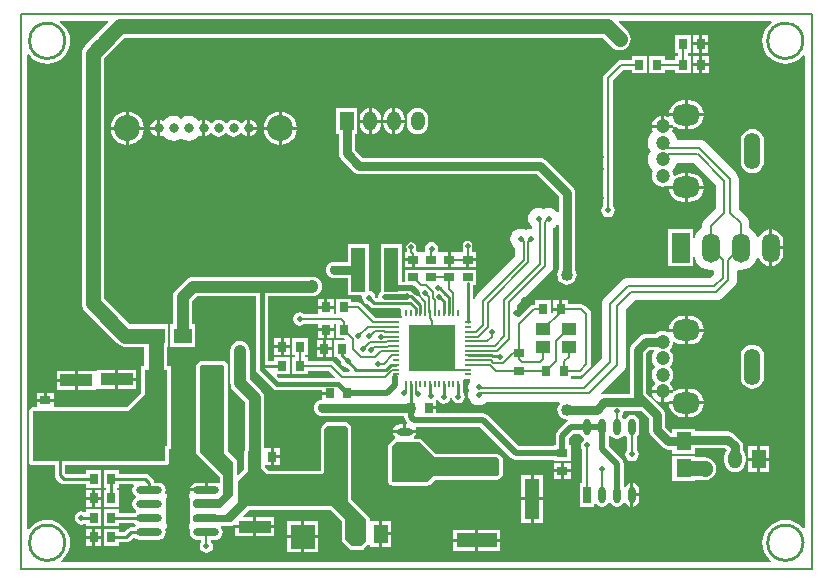
<source format=gtl>
%FSLAX25Y25*%
%MOIN*%
G70*
G01*
G75*
G04 Layer_Physical_Order=1*
G04 Layer_Color=255*
%ADD10R,0.02756X0.03347*%
%ADD11R,0.04724X0.04331*%
%ADD12R,0.07874X0.07874*%
%ADD13O,0.08661X0.02362*%
%ADD14R,0.08071X0.09055*%
%ADD15O,0.05500X0.02500*%
%ADD16R,0.05500X0.02500*%
%ADD17R,0.04724X0.14567*%
%ADD18R,0.07559X0.25590*%
%ADD19R,0.06000X0.05000*%
%ADD20R,0.10630X0.03937*%
%ADD21O,0.00787X0.02559*%
%ADD22O,0.02559X0.00787*%
%ADD23R,0.15748X0.15748*%
%ADD24R,0.03347X0.02756*%
%ADD25O,0.02500X0.05500*%
%ADD26R,0.02500X0.05500*%
%ADD27R,0.05000X0.06000*%
%ADD28C,0.03000*%
%ADD29C,0.05000*%
%ADD30C,0.00600*%
%ADD31C,0.00800*%
%ADD32C,0.02000*%
%ADD33C,0.01000*%
%ADD34C,0.01500*%
%ADD35C,0.04000*%
%ADD36R,0.07284X0.19685*%
%ADD37R,0.06800X0.04000*%
%ADD38C,0.00500*%
%ADD39O,0.04724X0.06299*%
%ADD40R,0.04724X0.06299*%
%ADD41C,0.08661*%
%ADD42C,0.03150*%
%ADD43O,0.05906X0.09843*%
%ADD44R,0.05906X0.09843*%
%ADD45C,0.04724*%
%ADD46O,0.09252X0.07087*%
%ADD47O,0.05315X0.12205*%
%ADD48R,0.13386X0.04724*%
%ADD49R,0.04724X0.13386*%
%ADD50C,0.03000*%
%ADD51C,0.04000*%
%ADD52C,0.02000*%
%ADD53C,0.02598*%
G36*
X250377Y-2749D02*
X249517Y-3454D01*
X248567Y-4612D01*
X247861Y-5934D01*
X247426Y-7367D01*
X247279Y-8858D01*
X247426Y-10349D01*
X247861Y-11783D01*
X248567Y-13104D01*
X249517Y-14262D01*
X250675Y-15213D01*
X251997Y-15919D01*
X253430Y-16354D01*
X254921Y-16501D01*
X256412Y-16354D01*
X257846Y-15919D01*
X259167Y-15213D01*
X260325Y-14262D01*
X260851Y-13622D01*
X261322Y-13790D01*
Y-171249D01*
X260851Y-171418D01*
X260325Y-170777D01*
X259167Y-169827D01*
X257846Y-169121D01*
X256412Y-168686D01*
X254921Y-168539D01*
X253430Y-168686D01*
X251997Y-169121D01*
X250675Y-169827D01*
X249517Y-170777D01*
X248567Y-171935D01*
X247861Y-173257D01*
X247426Y-174690D01*
X247279Y-176181D01*
X247426Y-177672D01*
X247861Y-179106D01*
X248567Y-180427D01*
X249517Y-181585D01*
X250207Y-182151D01*
X250038Y-182622D01*
X13741D01*
X13573Y-182151D01*
X14262Y-181585D01*
X15213Y-180427D01*
X15919Y-179106D01*
X16354Y-177672D01*
X16501Y-176181D01*
X16354Y-174690D01*
X15919Y-173257D01*
X15213Y-171935D01*
X14262Y-170777D01*
X13104Y-169827D01*
X11783Y-169121D01*
X10349Y-168686D01*
X8858Y-168539D01*
X7367Y-168686D01*
X5934Y-169121D01*
X4612Y-169827D01*
X3454Y-170777D01*
X2749Y-171636D01*
X2278Y-171468D01*
Y-13571D01*
X2749Y-13403D01*
X3454Y-14262D01*
X4612Y-15213D01*
X5934Y-15919D01*
X7367Y-16354D01*
X8858Y-16501D01*
X10349Y-16354D01*
X11783Y-15919D01*
X13104Y-15213D01*
X14262Y-14262D01*
X15213Y-13104D01*
X15919Y-11783D01*
X16354Y-10349D01*
X16501Y-8858D01*
X16354Y-7367D01*
X15919Y-5934D01*
X15213Y-4612D01*
X14262Y-3454D01*
X13104Y-2504D01*
X13161Y-2278D01*
X29091D01*
X29282Y-2740D01*
X24391Y-7631D01*
X23961Y-7961D01*
X21461Y-10461D01*
X20868Y-11234D01*
X20650Y-11761D01*
X20495Y-12134D01*
X20368Y-13100D01*
Y-13200D01*
Y-96300D01*
X20495Y-97266D01*
X20650Y-97639D01*
X20868Y-98166D01*
X21461Y-98939D01*
X32261Y-109739D01*
X33034Y-110332D01*
X33934Y-110705D01*
X34900Y-110832D01*
X41268D01*
Y-117105D01*
X40044D01*
Y-126326D01*
X35393Y-130976D01*
X11073D01*
Y-129194D01*
X5327D01*
Y-130976D01*
X4194D01*
X3726Y-131070D01*
X3329Y-131335D01*
X3229Y-131435D01*
X2964Y-131832D01*
X2871Y-132300D01*
Y-149000D01*
X2964Y-149468D01*
X3229Y-149865D01*
X3626Y-150130D01*
X4095Y-150224D01*
X11367D01*
Y-153700D01*
X11499Y-154363D01*
X11874Y-154926D01*
X11874Y-154926D01*
X11874Y-154926D01*
X13112Y-156163D01*
X13675Y-156539D01*
X14338Y-156671D01*
X21784D01*
Y-157811D01*
X26940D01*
Y-152065D01*
X21784D01*
Y-153205D01*
X15056D01*
X14833Y-152982D01*
Y-150224D01*
X48200D01*
X48668Y-150130D01*
X49065Y-149865D01*
X49330Y-149468D01*
X49424Y-149000D01*
Y-145095D01*
X50003D01*
Y-117105D01*
X48732D01*
Y-110800D01*
X49200D01*
Y-103400D01*
X45243D01*
X45000Y-103368D01*
X36446D01*
X27832Y-94754D01*
Y-14746D01*
X34796Y-7782D01*
X193904D01*
X197061Y-10939D01*
X197834Y-11532D01*
X198734Y-11905D01*
X199700Y-12032D01*
X200666Y-11905D01*
X201566Y-11532D01*
X202339Y-10939D01*
X202932Y-10166D01*
X203305Y-9266D01*
X203432Y-8300D01*
X203305Y-7334D01*
X202932Y-6434D01*
X202339Y-5661D01*
X199418Y-2740D01*
X199609Y-2278D01*
X250208D01*
X250377Y-2749D01*
D02*
G37*
G36*
X48200Y-119300D02*
Y-149000D01*
X4095D01*
Y-132300D01*
X4194Y-132200D01*
X35900D01*
X41400Y-126700D01*
Y-119800D01*
X42300Y-118900D01*
X47800D01*
X48200Y-119300D01*
D02*
G37*
%LPC*%
G36*
X245500Y-143950D02*
X242438D01*
Y-147800D01*
X245500D01*
Y-143950D01*
D02*
G37*
G36*
X86484Y-148000D02*
X84405D01*
Y-150373D01*
X86484D01*
Y-148000D01*
D02*
G37*
G36*
X249562Y-143950D02*
X246500D01*
Y-147800D01*
X249562D01*
Y-143950D01*
D02*
G37*
G36*
X221374Y-130058D02*
X216073D01*
X216170Y-130797D01*
X216648Y-131950D01*
X217408Y-132941D01*
X218399Y-133702D01*
X219553Y-134179D01*
X220791Y-134343D01*
X221374D01*
Y-130058D01*
D02*
G37*
G36*
X127500Y-136602D02*
X126500D01*
X125544Y-136792D01*
X124734Y-137334D01*
X124192Y-138144D01*
X124101Y-138600D01*
X127500D01*
Y-136602D01*
D02*
G37*
G36*
X86484Y-144627D02*
X84405D01*
Y-147000D01*
X86484D01*
Y-144627D01*
D02*
G37*
G36*
X183473Y-149628D02*
X181100D01*
Y-151706D01*
X183473D01*
Y-149628D01*
D02*
G37*
G36*
Y-152706D02*
X181100D01*
Y-154783D01*
X183473D01*
Y-152706D01*
D02*
G37*
G36*
X180100D02*
X177727D01*
Y-154783D01*
X180100D01*
Y-152706D01*
D02*
G37*
G36*
X224700Y-147200D02*
X217300D01*
Y-151157D01*
X217268Y-151400D01*
X217300Y-151643D01*
Y-155600D01*
X224700D01*
Y-155132D01*
X227340D01*
X228100Y-155232D01*
X229066Y-155105D01*
X229966Y-154732D01*
X230739Y-154139D01*
X231332Y-153366D01*
X231705Y-152466D01*
X231832Y-151500D01*
X231705Y-150534D01*
X231332Y-149634D01*
X230739Y-148861D01*
X230639Y-148761D01*
X229866Y-148168D01*
X229339Y-147950D01*
X228966Y-147795D01*
X228000Y-147668D01*
X224700D01*
Y-147200D01*
D02*
G37*
G36*
X73100Y-108872D02*
X72265Y-108982D01*
X71486Y-109305D01*
X70818Y-109818D01*
X70305Y-110486D01*
X69982Y-111265D01*
X69872Y-112100D01*
Y-122900D01*
X69982Y-123735D01*
X70305Y-124514D01*
X70818Y-125182D01*
X74772Y-129137D01*
Y-144978D01*
X74670Y-145132D01*
X74576Y-145600D01*
Y-151593D01*
X72585Y-153584D01*
X72123Y-153393D01*
Y-149200D01*
X72030Y-148732D01*
X71765Y-148335D01*
X69124Y-145693D01*
Y-117100D01*
X69030Y-116632D01*
X68765Y-116235D01*
X68465Y-115935D01*
X68068Y-115670D01*
X67600Y-115577D01*
X60200D01*
X59732Y-115670D01*
X59335Y-115935D01*
X58835Y-116435D01*
X58570Y-116832D01*
X58477Y-117300D01*
Y-145900D01*
X58570Y-146368D01*
X58835Y-146765D01*
X66377Y-154307D01*
Y-156101D01*
X65988Y-156308D01*
X65059Y-156123D01*
X62410D01*
Y-158552D01*
X61910D01*
Y-159051D01*
X56432D01*
X56517Y-159480D01*
X56287Y-159910D01*
X52862D01*
Y-165639D01*
Y-171365D01*
X56287D01*
X56517Y-171795D01*
X56332Y-172724D01*
X56517Y-173653D01*
X57043Y-174441D01*
X57831Y-174967D01*
X58760Y-175152D01*
X60278D01*
Y-175772D01*
X59837Y-176432D01*
X59666Y-177291D01*
X59837Y-178149D01*
X60323Y-178877D01*
X61051Y-179363D01*
X61910Y-179534D01*
X62768Y-179363D01*
X63496Y-178877D01*
X63982Y-178149D01*
X64152Y-177291D01*
X63982Y-176432D01*
X63541Y-175772D01*
Y-175152D01*
X65059D01*
X65988Y-174967D01*
X66776Y-174441D01*
X67302Y-173653D01*
X67487Y-172724D01*
X67302Y-171795D01*
X66776Y-171008D01*
X66892Y-170624D01*
X70100D01*
X70568Y-170530D01*
X70965Y-170265D01*
X71023Y-170207D01*
X71485Y-170398D01*
Y-170295D01*
X77500D01*
Y-167627D01*
X74257D01*
X74066Y-167165D01*
X76107Y-165123D01*
X103393D01*
X107077Y-168807D01*
Y-175000D01*
X107170Y-175468D01*
X107435Y-175865D01*
X109735Y-178165D01*
X110132Y-178430D01*
X110600Y-178524D01*
X113600D01*
X114068Y-178430D01*
X114465Y-178165D01*
X115965Y-176665D01*
X116438Y-176981D01*
Y-177550D01*
X119500D01*
Y-173201D01*
Y-168850D01*
X116677D01*
X116677Y-168850D01*
Y-168850D01*
X116438Y-168850D01*
X116323Y-168736D01*
Y-168200D01*
X116230Y-167732D01*
X115965Y-167335D01*
X110223Y-161593D01*
Y-137800D01*
X110130Y-137332D01*
X109865Y-136935D01*
X109265Y-136335D01*
X108868Y-136070D01*
X108400Y-135977D01*
X102500D01*
X102032Y-136070D01*
X101635Y-136335D01*
X100435Y-137535D01*
X100170Y-137932D01*
X100076Y-138400D01*
Y-151993D01*
X99893Y-152176D01*
X82507D01*
X81323Y-150993D01*
Y-150377D01*
X81328Y-150373D01*
X81677Y-150373D01*
X81677Y-150373D01*
Y-150373D01*
X83406D01*
Y-147501D01*
Y-144627D01*
X83200D01*
X83200Y-144627D01*
X83200Y-144627D01*
X81328Y-144627D01*
X81327D01*
X81249D01*
X81230Y-144532D01*
X81228Y-144528D01*
Y-127800D01*
X81118Y-126965D01*
X80795Y-126186D01*
X80282Y-125518D01*
X76328Y-121563D01*
Y-112100D01*
X76218Y-111265D01*
X75895Y-110486D01*
X75382Y-109818D01*
X74714Y-109305D01*
X73935Y-108982D01*
X73100Y-108872D01*
D02*
G37*
G36*
X180100Y-149628D02*
X177727D01*
Y-151706D01*
X180100D01*
Y-149628D01*
D02*
G37*
G36*
X249562Y-148800D02*
X246500D01*
Y-152650D01*
X249562D01*
Y-148800D01*
D02*
G37*
G36*
X245500D02*
X242438D01*
Y-152650D01*
X245500D01*
Y-148800D01*
D02*
G37*
G36*
X18000Y-118836D02*
X11985D01*
Y-121505D01*
X18000D01*
Y-118836D01*
D02*
G37*
G36*
X243921Y-110097D02*
X242914Y-110229D01*
X241976Y-110618D01*
X241170Y-111236D01*
X240552Y-112042D01*
X240163Y-112980D01*
X240031Y-113987D01*
Y-120877D01*
X240163Y-121884D01*
X240552Y-122822D01*
X241170Y-123628D01*
X241976Y-124247D01*
X242914Y-124635D01*
X243921Y-124768D01*
X244928Y-124635D01*
X245867Y-124247D01*
X246672Y-123628D01*
X247291Y-122822D01*
X247679Y-121884D01*
X247812Y-120877D01*
Y-113987D01*
X247679Y-112980D01*
X247291Y-112042D01*
X246672Y-111236D01*
X245867Y-110618D01*
X244928Y-110229D01*
X243921Y-110097D01*
D02*
G37*
G36*
X38515Y-122105D02*
X32500D01*
Y-124773D01*
X38515D01*
Y-122105D01*
D02*
G37*
G36*
Y-118436D02*
X32500D01*
Y-121105D01*
X38515D01*
Y-118436D01*
D02*
G37*
G36*
X86700Y-111300D02*
X84622D01*
Y-113673D01*
X86700D01*
Y-111300D01*
D02*
G37*
G36*
X103872Y-112000D02*
X101795D01*
Y-114373D01*
X103872D01*
Y-112000D01*
D02*
G37*
G36*
X100794D02*
X98716D01*
Y-114373D01*
X100794D01*
Y-112000D01*
D02*
G37*
G36*
X31500Y-118436D02*
X25485D01*
Y-118836D01*
X25015D01*
Y-118836D01*
X19000D01*
Y-122006D01*
Y-125173D01*
X25015D01*
Y-124773D01*
X25485D01*
Y-124773D01*
X31500D01*
Y-121606D01*
Y-118436D01*
D02*
G37*
G36*
X222957Y-124774D02*
X222374D01*
Y-129058D01*
X227675D01*
X227578Y-128320D01*
X227100Y-127166D01*
X226340Y-126175D01*
X225349Y-125415D01*
X224195Y-124937D01*
X222957Y-124774D01*
D02*
G37*
G36*
X213500Y-126200D02*
X210473D01*
X210529Y-126630D01*
X210888Y-127497D01*
X211459Y-128241D01*
X212204Y-128812D01*
X213070Y-129171D01*
X213500Y-129227D01*
Y-126200D01*
D02*
G37*
G36*
X227675Y-130058D02*
X222374D01*
Y-134343D01*
X222957D01*
X224195Y-134179D01*
X225349Y-133702D01*
X226340Y-132941D01*
X227100Y-131950D01*
X227578Y-130797D01*
X227675Y-130058D01*
D02*
G37*
G36*
X7700Y-126117D02*
X5327D01*
Y-128194D01*
X7700D01*
Y-126117D01*
D02*
G37*
G36*
X18000Y-122505D02*
X11985D01*
Y-125173D01*
X18000D01*
Y-122505D01*
D02*
G37*
G36*
X221374Y-124774D02*
X220791D01*
X219553Y-124937D01*
X218399Y-125415D01*
X218029Y-125699D01*
X217568Y-125507D01*
X217593Y-125700D01*
X217527Y-126200D01*
X214500D01*
Y-129227D01*
X214930Y-129171D01*
X215661Y-128868D01*
X216058Y-129172D01*
X216073Y-129058D01*
X221374D01*
Y-124774D01*
D02*
G37*
G36*
X11073Y-126117D02*
X8700D01*
Y-128194D01*
X11073D01*
Y-126117D01*
D02*
G37*
G36*
X131898Y-139600D02*
X124101D01*
X124192Y-140056D01*
X124734Y-140866D01*
X124955Y-141014D01*
X124858Y-141505D01*
X124532Y-141570D01*
X124135Y-141835D01*
X122816Y-143154D01*
X122551Y-143551D01*
X122458Y-144019D01*
Y-155600D01*
X122551Y-156068D01*
X122816Y-156465D01*
X123116Y-156765D01*
X123513Y-157030D01*
X123981Y-157123D01*
X135500D01*
X135968Y-157030D01*
X136365Y-156765D01*
X138007Y-155123D01*
X158900D01*
X159368Y-155030D01*
X159765Y-154765D01*
X160465Y-154065D01*
X160730Y-153668D01*
X160824Y-153200D01*
Y-148600D01*
X160730Y-148132D01*
X160465Y-147735D01*
X159565Y-146835D01*
X159168Y-146570D01*
X158700Y-146476D01*
X138607D01*
X133965Y-141835D01*
X133568Y-141570D01*
X133100Y-141477D01*
X131214D01*
X131069Y-140998D01*
X131266Y-140866D01*
X131808Y-140056D01*
X131898Y-139600D01*
D02*
G37*
G36*
X84515Y-171295D02*
X78500D01*
Y-173964D01*
X84515D01*
Y-171295D01*
D02*
G37*
G36*
X77500D02*
X71485D01*
Y-173964D01*
X77500D01*
Y-171295D01*
D02*
G37*
G36*
X159893Y-171810D02*
X152500D01*
Y-174872D01*
X159893D01*
Y-171810D01*
D02*
G37*
G36*
X23862Y-171465D02*
X21784D01*
Y-173838D01*
X23862D01*
Y-171465D01*
D02*
G37*
G36*
X99137Y-168963D02*
X94500D01*
Y-173600D01*
X99137D01*
Y-168963D01*
D02*
G37*
G36*
X93500D02*
X88863D01*
Y-173600D01*
X93500D01*
Y-168963D01*
D02*
G37*
G36*
X26940Y-171465D02*
X24862D01*
Y-173838D01*
X26940D01*
Y-171465D01*
D02*
G37*
G36*
X151500Y-171810D02*
X144107D01*
Y-174872D01*
X151500D01*
Y-171810D01*
D02*
G37*
G36*
Y-175872D02*
X144107D01*
Y-178935D01*
X151500D01*
Y-175872D01*
D02*
G37*
G36*
X99137Y-174600D02*
X94500D01*
Y-179237D01*
X99137D01*
Y-174600D01*
D02*
G37*
G36*
X93500D02*
X88863D01*
Y-179237D01*
X93500D01*
Y-174600D01*
D02*
G37*
G36*
X159893Y-175872D02*
X152500D01*
Y-178935D01*
X159893D01*
Y-175872D01*
D02*
G37*
G36*
X26940Y-174838D02*
X24862D01*
Y-177211D01*
X26940D01*
Y-174838D01*
D02*
G37*
G36*
X23862D02*
X21784D01*
Y-177211D01*
X23862D01*
Y-174838D01*
D02*
G37*
G36*
X123562Y-173700D02*
X120500D01*
Y-177550D01*
X123562D01*
Y-173700D01*
D02*
G37*
G36*
X174066Y-153700D02*
X171004D01*
Y-161093D01*
X174066D01*
Y-153700D01*
D02*
G37*
G36*
X170004D02*
X166942D01*
Y-161093D01*
X170004D01*
Y-153700D01*
D02*
G37*
G36*
X206298Y-160700D02*
X204300D01*
Y-164099D01*
X204756Y-164008D01*
X205566Y-163466D01*
X206108Y-162656D01*
X206298Y-161700D01*
Y-160700D01*
D02*
G37*
G36*
X23862Y-158531D02*
X21784D01*
Y-160905D01*
X23862D01*
Y-158531D01*
D02*
G37*
G36*
X61409Y-156123D02*
X58760D01*
X57831Y-156308D01*
X57043Y-156834D01*
X56517Y-157622D01*
X56432Y-158051D01*
X61409D01*
Y-156123D01*
D02*
G37*
G36*
X204300Y-156301D02*
Y-159700D01*
X206298D01*
Y-158700D01*
X206108Y-157744D01*
X205566Y-156934D01*
X204756Y-156392D01*
X204300Y-156301D01*
D02*
G37*
G36*
X26940Y-158531D02*
X24862D01*
Y-160905D01*
X26940D01*
Y-158531D01*
D02*
G37*
G36*
Y-161905D02*
X24862D01*
Y-164278D01*
X26940D01*
Y-161905D01*
D02*
G37*
G36*
X170004Y-162093D02*
X166942D01*
Y-169486D01*
X170004D01*
Y-162093D01*
D02*
G37*
G36*
X84515Y-167627D02*
X78500D01*
Y-170295D01*
X84515D01*
Y-167627D01*
D02*
G37*
G36*
X123562Y-168850D02*
X120500D01*
Y-172700D01*
X123562D01*
Y-168850D01*
D02*
G37*
G36*
X174066Y-162093D02*
X171004D01*
Y-169486D01*
X174066D01*
Y-162093D01*
D02*
G37*
G36*
X23862Y-161905D02*
X21784D01*
Y-164278D01*
X23862D01*
Y-161905D01*
D02*
G37*
G36*
X26940Y-164998D02*
X21784D01*
Y-165716D01*
X21343Y-165951D01*
X21158Y-165828D01*
X20300Y-165657D01*
X19442Y-165828D01*
X18714Y-166314D01*
X18228Y-167042D01*
X18057Y-167900D01*
X18228Y-168758D01*
X18714Y-169486D01*
X19442Y-169972D01*
X20300Y-170143D01*
X21158Y-169972D01*
X21343Y-169849D01*
X21784Y-170085D01*
Y-170744D01*
X26940D01*
Y-164998D01*
D02*
G37*
G36*
X32846Y-152065D02*
X27690D01*
Y-157811D01*
X28534D01*
Y-158531D01*
X27690D01*
Y-164278D01*
X32846D01*
Y-158531D01*
X32001D01*
Y-157811D01*
X32846D01*
Y-156671D01*
X37527D01*
X37763Y-157112D01*
X37422Y-157622D01*
X37238Y-158551D01*
X37422Y-159480D01*
X37949Y-160268D01*
X38541Y-160663D01*
Y-161163D01*
X37949Y-161559D01*
X37422Y-162346D01*
X37238Y-163276D01*
X37422Y-164205D01*
X37949Y-164992D01*
X38541Y-165388D01*
Y-165888D01*
X38166Y-166138D01*
X32846D01*
Y-164998D01*
X27690D01*
Y-170744D01*
X32846D01*
Y-169604D01*
X37874D01*
X37949Y-169717D01*
X38541Y-170112D01*
Y-170612D01*
X37973Y-170991D01*
X36876D01*
X36212Y-171123D01*
X35650Y-171499D01*
X34544Y-172605D01*
X32846D01*
Y-171465D01*
X27690D01*
Y-177211D01*
X32846D01*
Y-176071D01*
X35262D01*
X35925Y-175939D01*
X36488Y-175563D01*
X36488Y-175563D01*
X36488Y-175563D01*
X37593Y-174458D01*
X37973D01*
X38736Y-174967D01*
X39665Y-175152D01*
X45965D01*
X46894Y-174967D01*
X47681Y-174441D01*
X48208Y-173653D01*
X48392Y-172724D01*
X48208Y-171795D01*
X48437Y-171365D01*
X51862D01*
Y-165639D01*
Y-159910D01*
X48437D01*
X48208Y-159480D01*
X48392Y-158551D01*
X48208Y-157622D01*
X47681Y-156834D01*
X46894Y-156308D01*
X45965Y-156123D01*
X44530D01*
X44416Y-155552D01*
X44041Y-154989D01*
X42763Y-153712D01*
X42201Y-153336D01*
X41538Y-153205D01*
X32846D01*
Y-152065D01*
D02*
G37*
G36*
X89778Y-111300D02*
X87700D01*
Y-113673D01*
X89778D01*
Y-111300D01*
D02*
G37*
G36*
X45500Y-35267D02*
X45276Y-35297D01*
X44601Y-35576D01*
X44021Y-36021D01*
X43576Y-36601D01*
X43297Y-37276D01*
X43267Y-37500D01*
X45500D01*
Y-35267D01*
D02*
G37*
G36*
X35988Y-32487D02*
Y-37500D01*
X41001D01*
X40876Y-36556D01*
X40319Y-35211D01*
X39433Y-34056D01*
X38277Y-33169D01*
X36932Y-32612D01*
X35988Y-32487D01*
D02*
G37*
G36*
X34988D02*
X34044Y-32612D01*
X32699Y-33169D01*
X31544Y-34056D01*
X30657Y-35211D01*
X30100Y-36556D01*
X29976Y-37500D01*
X34988D01*
Y-32487D01*
D02*
G37*
G36*
X76500Y-35267D02*
Y-37500D01*
X78733D01*
X78703Y-37276D01*
X78424Y-36601D01*
X77979Y-36021D01*
X77399Y-35576D01*
X76724Y-35297D01*
X76500Y-35267D01*
D02*
G37*
G36*
X87012Y-32487D02*
Y-37500D01*
X92024D01*
X91900Y-36556D01*
X91343Y-35211D01*
X90456Y-34056D01*
X89301Y-33169D01*
X87956Y-32612D01*
X87012Y-32487D01*
D02*
G37*
G36*
X86012D02*
X85068Y-32612D01*
X83723Y-33169D01*
X82567Y-34056D01*
X81681Y-35211D01*
X81124Y-36556D01*
X80999Y-37500D01*
X86012D01*
Y-32487D01*
D02*
G37*
G36*
X226205Y-10400D02*
X224128D01*
Y-12773D01*
X226205D01*
Y-10400D01*
D02*
G37*
G36*
X227675Y-34006D02*
X222374D01*
Y-38291D01*
X222957D01*
X224195Y-38127D01*
X225349Y-37650D01*
X226340Y-36889D01*
X227100Y-35898D01*
X227578Y-34745D01*
X227675Y-34006D01*
D02*
G37*
G36*
X116074Y-36100D02*
X112981D01*
Y-36387D01*
X113103Y-37317D01*
X113462Y-38184D01*
X114033Y-38928D01*
X114778Y-39499D01*
X115644Y-39858D01*
X116074Y-39915D01*
Y-36100D01*
D02*
G37*
G36*
X229283Y-10400D02*
X227205D01*
Y-12773D01*
X229283D01*
Y-10400D01*
D02*
G37*
G36*
X132322Y-31220D02*
X131392Y-31342D01*
X130526Y-31701D01*
X129781Y-32272D01*
X129210Y-33016D01*
X128851Y-33883D01*
X128729Y-34813D01*
Y-36387D01*
X128851Y-37317D01*
X129210Y-38184D01*
X129781Y-38928D01*
X130526Y-39499D01*
X131392Y-39858D01*
X132322Y-39980D01*
X133252Y-39858D01*
X134118Y-39499D01*
X134863Y-38928D01*
X135434Y-38184D01*
X135793Y-37317D01*
X135915Y-36387D01*
Y-34813D01*
X135793Y-33883D01*
X135434Y-33016D01*
X134863Y-32272D01*
X134118Y-31701D01*
X133252Y-31342D01*
X132322Y-31220D01*
D02*
G37*
G36*
X120167Y-36100D02*
X117074D01*
Y-39915D01*
X117504Y-39858D01*
X118370Y-39499D01*
X119115Y-38928D01*
X119686Y-38184D01*
X120045Y-37317D01*
X120167Y-36387D01*
Y-36100D01*
D02*
G37*
G36*
X214500Y-33838D02*
Y-36865D01*
X217527D01*
X217593Y-37365D01*
X217568Y-37557D01*
X218029Y-37366D01*
X218399Y-37650D01*
X219553Y-38127D01*
X220791Y-38291D01*
X221374D01*
Y-34006D01*
X216073D01*
X216058Y-33893D01*
X215661Y-34197D01*
X214930Y-33894D01*
X214500Y-33838D01*
D02*
G37*
G36*
X128041Y-36100D02*
X124948D01*
Y-39915D01*
X125378Y-39858D01*
X126244Y-39499D01*
X126989Y-38928D01*
X127560Y-38184D01*
X127919Y-37317D01*
X128041Y-36387D01*
Y-36100D01*
D02*
G37*
G36*
X123948D02*
X120855D01*
Y-36387D01*
X120977Y-37317D01*
X121336Y-38184D01*
X121907Y-38928D01*
X122652Y-39499D01*
X123518Y-39858D01*
X123948Y-39915D01*
Y-36100D01*
D02*
G37*
G36*
X229339Y-17322D02*
X227261D01*
Y-19695D01*
X229339D01*
Y-17322D01*
D02*
G37*
G36*
X226261D02*
X224183D01*
Y-19695D01*
X226261D01*
Y-17322D01*
D02*
G37*
G36*
X222957Y-28722D02*
X222374D01*
Y-33006D01*
X227675D01*
X227578Y-32268D01*
X227100Y-31114D01*
X226340Y-30123D01*
X225349Y-29363D01*
X224195Y-28885D01*
X222957Y-28722D01*
D02*
G37*
G36*
X208878Y-13927D02*
X203722D01*
Y-15169D01*
X200300D01*
X199676Y-15293D01*
X199146Y-15646D01*
X194647Y-20146D01*
X194293Y-20676D01*
X194169Y-21300D01*
Y-63882D01*
X193728Y-64542D01*
X193557Y-65400D01*
X193728Y-66258D01*
X194214Y-66986D01*
X194942Y-67472D01*
X195800Y-67643D01*
X196658Y-67472D01*
X197386Y-66986D01*
X197872Y-66258D01*
X198043Y-65400D01*
X197872Y-64542D01*
X197431Y-63882D01*
Y-21976D01*
X200976Y-18431D01*
X203722D01*
Y-19673D01*
X208878D01*
Y-13927D01*
D02*
G37*
G36*
X223378Y-7027D02*
X218222D01*
Y-12773D01*
X219169D01*
Y-13949D01*
X218277D01*
Y-15169D01*
X214784D01*
Y-13927D01*
X209628D01*
Y-19673D01*
X214784D01*
Y-18431D01*
X218277D01*
Y-19695D01*
X223433D01*
Y-13949D01*
X222431D01*
Y-12773D01*
X223378D01*
Y-7027D01*
D02*
G37*
G36*
X229339Y-13949D02*
X227261D01*
Y-16322D01*
X229339D01*
Y-13949D01*
D02*
G37*
G36*
X226261D02*
X224183D01*
Y-16322D01*
X226261D01*
Y-13949D01*
D02*
G37*
G36*
X221374Y-28722D02*
X220791D01*
X219553Y-28885D01*
X218399Y-29363D01*
X217408Y-30123D01*
X216648Y-31114D01*
X216170Y-32268D01*
X216073Y-33006D01*
X221374D01*
Y-28722D01*
D02*
G37*
G36*
X116074Y-31286D02*
X115644Y-31342D01*
X114778Y-31701D01*
X114033Y-32272D01*
X113462Y-33016D01*
X113103Y-33883D01*
X112981Y-34813D01*
Y-35100D01*
X116074D01*
Y-31286D01*
D02*
G37*
G36*
X71000Y-35201D02*
X70276Y-35297D01*
X69601Y-35576D01*
X69021Y-36021D01*
X68750Y-36374D01*
X68250D01*
X67979Y-36021D01*
X67399Y-35576D01*
X66724Y-35297D01*
X66000Y-35201D01*
X65276Y-35297D01*
X64601Y-35576D01*
X64021Y-36021D01*
X63750Y-36374D01*
X63250D01*
X62979Y-36021D01*
X62399Y-35576D01*
X61724Y-35297D01*
X61500Y-35267D01*
Y-38001D01*
Y-40733D01*
X61724Y-40703D01*
X62399Y-40424D01*
X62979Y-39979D01*
X63250Y-39626D01*
X63750D01*
X64021Y-39979D01*
X64601Y-40424D01*
X65276Y-40703D01*
X66000Y-40799D01*
X66724Y-40703D01*
X67399Y-40424D01*
X67979Y-39979D01*
X68250Y-39626D01*
X68750D01*
X69021Y-39979D01*
X69601Y-40424D01*
X70276Y-40703D01*
X71000Y-40799D01*
X71724Y-40703D01*
X72399Y-40424D01*
X72979Y-39979D01*
X73250Y-39626D01*
X73750D01*
X74021Y-39979D01*
X74601Y-40424D01*
X75276Y-40703D01*
X75500Y-40733D01*
Y-38001D01*
Y-35267D01*
X75276Y-35297D01*
X74601Y-35576D01*
X74021Y-36021D01*
X73750Y-36374D01*
X73250D01*
X72979Y-36021D01*
X72399Y-35576D01*
X71724Y-35297D01*
X71000Y-35201D01*
D02*
G37*
G36*
X213500Y-33838D02*
X213070Y-33894D01*
X212204Y-34253D01*
X211459Y-34824D01*
X210888Y-35568D01*
X210529Y-36435D01*
X210473Y-36865D01*
X213500D01*
Y-33838D01*
D02*
G37*
G36*
X117074Y-31286D02*
Y-35100D01*
X120167D01*
Y-34813D01*
X120045Y-33883D01*
X119686Y-33016D01*
X119115Y-32272D01*
X118370Y-31701D01*
X117504Y-31342D01*
X117074Y-31286D01*
D02*
G37*
G36*
X56000Y-33890D02*
X54936Y-34030D01*
X53945Y-34441D01*
X53500Y-34782D01*
X53055Y-34441D01*
X52064Y-34030D01*
X51000Y-33890D01*
X49936Y-34030D01*
X48945Y-34441D01*
X48094Y-35094D01*
X47603Y-35733D01*
X47399Y-35576D01*
X46724Y-35297D01*
X46500Y-35267D01*
Y-38001D01*
Y-40733D01*
X46724Y-40703D01*
X47399Y-40424D01*
X47603Y-40267D01*
X48094Y-40906D01*
X48945Y-41559D01*
X49936Y-41970D01*
X51000Y-42110D01*
X52064Y-41970D01*
X53055Y-41559D01*
X53500Y-41218D01*
X53945Y-41559D01*
X54936Y-41970D01*
X56000Y-42110D01*
X57064Y-41970D01*
X58055Y-41559D01*
X58906Y-40906D01*
X59396Y-40267D01*
X59601Y-40424D01*
X60276Y-40703D01*
X60500Y-40733D01*
Y-38001D01*
Y-35267D01*
X60276Y-35297D01*
X59601Y-35576D01*
X59396Y-35733D01*
X58906Y-35094D01*
X58055Y-34441D01*
X57064Y-34030D01*
X56000Y-33890D01*
D02*
G37*
G36*
X124948Y-31286D02*
Y-35100D01*
X128041D01*
Y-34813D01*
X127919Y-33883D01*
X127560Y-33016D01*
X126989Y-32272D01*
X126244Y-31701D01*
X125378Y-31342D01*
X124948Y-31286D01*
D02*
G37*
G36*
X123948D02*
X123518Y-31342D01*
X122652Y-31701D01*
X121907Y-32272D01*
X121336Y-33016D01*
X120977Y-33883D01*
X120855Y-34813D01*
Y-35100D01*
X123948D01*
Y-31286D01*
D02*
G37*
G36*
X78733Y-38500D02*
X76500D01*
Y-40733D01*
X76724Y-40703D01*
X77399Y-40424D01*
X77979Y-39979D01*
X78424Y-39399D01*
X78703Y-38724D01*
X78733Y-38500D01*
D02*
G37*
G36*
X101295Y-94827D02*
X99217D01*
Y-97200D01*
X101295D01*
Y-94827D01*
D02*
G37*
G36*
X179500Y-95427D02*
X177422D01*
Y-97800D01*
X179500D01*
Y-95427D01*
D02*
G37*
G36*
X222957Y-100522D02*
X222374D01*
Y-104806D01*
X227675D01*
X227578Y-104068D01*
X227100Y-102914D01*
X226340Y-101923D01*
X225349Y-101163D01*
X224195Y-100685D01*
X222957Y-100522D01*
D02*
G37*
G36*
X104372Y-94827D02*
X102295D01*
Y-97200D01*
X104372D01*
Y-94827D01*
D02*
G37*
G36*
X229283Y-7027D02*
X227205D01*
Y-9400D01*
X229283D01*
Y-7027D01*
D02*
G37*
G36*
X151873Y-82294D02*
X149500D01*
Y-84372D01*
X151873D01*
Y-82294D01*
D02*
G37*
G36*
X130400D02*
X128027D01*
Y-84372D01*
X130400D01*
Y-82294D01*
D02*
G37*
G36*
X221374Y-100522D02*
X220791D01*
X219553Y-100685D01*
X218399Y-101163D01*
X217408Y-101923D01*
X216648Y-102914D01*
X216170Y-104068D01*
X216073Y-104806D01*
X221374D01*
Y-100522D01*
D02*
G37*
G36*
X86700Y-107927D02*
X84622D01*
Y-110300D01*
X86700D01*
Y-107927D01*
D02*
G37*
G36*
X103872Y-108627D02*
X101795D01*
Y-111000D01*
X103872D01*
Y-108627D01*
D02*
G37*
G36*
X100794D02*
X98716D01*
Y-111000D01*
X100794D01*
Y-108627D01*
D02*
G37*
G36*
X89778Y-107927D02*
X87700D01*
Y-110300D01*
X89778D01*
Y-107927D01*
D02*
G37*
G36*
X104372Y-105700D02*
X102295D01*
Y-108073D01*
X104372D01*
Y-105700D01*
D02*
G37*
G36*
X101295D02*
X99217D01*
Y-108073D01*
X101295D01*
Y-105700D01*
D02*
G37*
G36*
X227675Y-105806D02*
X222374D01*
Y-110090D01*
X222957D01*
X224195Y-109927D01*
X225349Y-109450D01*
X226340Y-108689D01*
X227100Y-107698D01*
X227578Y-106545D01*
X227675Y-105806D01*
D02*
G37*
G36*
X41001Y-38500D02*
X35988D01*
Y-43513D01*
X36932Y-43388D01*
X38277Y-42831D01*
X39433Y-41945D01*
X40319Y-40789D01*
X40876Y-39444D01*
X41001Y-38500D01*
D02*
G37*
G36*
X34988D02*
X29976D01*
X30100Y-39444D01*
X30657Y-40789D01*
X31544Y-41945D01*
X32699Y-42831D01*
X34044Y-43388D01*
X34988Y-43513D01*
Y-38500D01*
D02*
G37*
G36*
X243921Y-38297D02*
X242914Y-38429D01*
X241976Y-38818D01*
X241170Y-39436D01*
X240552Y-40242D01*
X240163Y-41180D01*
X240031Y-42187D01*
Y-49077D01*
X240163Y-50084D01*
X240552Y-51022D01*
X241170Y-51828D01*
X241976Y-52447D01*
X242914Y-52835D01*
X243921Y-52968D01*
X244928Y-52835D01*
X245867Y-52447D01*
X246672Y-51828D01*
X247291Y-51022D01*
X247679Y-50084D01*
X247812Y-49077D01*
Y-42187D01*
X247679Y-41180D01*
X247291Y-40242D01*
X246672Y-39436D01*
X245867Y-38818D01*
X244928Y-38429D01*
X243921Y-38297D01*
D02*
G37*
G36*
X86012Y-38500D02*
X80999D01*
X81124Y-39444D01*
X81681Y-40789D01*
X82567Y-41945D01*
X83723Y-42831D01*
X85068Y-43388D01*
X86012Y-43513D01*
Y-38500D01*
D02*
G37*
G36*
X45500D02*
X43267D01*
X43297Y-38724D01*
X43576Y-39399D01*
X44021Y-39979D01*
X44601Y-40424D01*
X45276Y-40703D01*
X45500Y-40733D01*
Y-38500D01*
D02*
G37*
G36*
X92024D02*
X87012D01*
Y-43513D01*
X87956Y-43388D01*
X89301Y-42831D01*
X90456Y-41945D01*
X91343Y-40789D01*
X91900Y-39444D01*
X92024Y-38500D01*
D02*
G37*
G36*
X226205Y-7027D02*
X224128D01*
Y-9400D01*
X226205D01*
Y-7027D01*
D02*
G37*
G36*
X222957Y-52974D02*
X222374D01*
Y-57258D01*
X227675D01*
X227578Y-56520D01*
X227100Y-55366D01*
X226340Y-54375D01*
X225349Y-53615D01*
X224195Y-53137D01*
X222957Y-52974D01*
D02*
G37*
G36*
X149000Y-75569D02*
X148376Y-75693D01*
X147846Y-76047D01*
X147846Y-76047D01*
X147493Y-76576D01*
X147369Y-77200D01*
Y-79216D01*
X146127D01*
D01*
D01*
X146127Y-79216D01*
X145840Y-79216D01*
Y-79216D01*
X143467D01*
Y-81796D01*
Y-84372D01*
X145840D01*
Y-84372D01*
X145840D01*
X145840Y-84373D01*
X146127Y-84373D01*
Y-84372D01*
X148500D01*
Y-81793D01*
X148999D01*
Y-81295D01*
X151873D01*
Y-79216D01*
X150631D01*
Y-77200D01*
X150631Y-77200D01*
X150507Y-76576D01*
X150154Y-76047D01*
X149624Y-75693D01*
X149000Y-75569D01*
D02*
G37*
G36*
X137000Y-75857D02*
X136142Y-76028D01*
X135414Y-76514D01*
X134928Y-77242D01*
X134757Y-78100D01*
X134902Y-78830D01*
X134585Y-79216D01*
X134127D01*
X134127Y-79216D01*
Y-79216D01*
X134060Y-79216D01*
X133917D01*
X133773D01*
X133706Y-79216D01*
X133706Y-79216D01*
Y-79216D01*
X132301D01*
X132053Y-78847D01*
X131931Y-78724D01*
Y-77800D01*
X131807Y-77176D01*
X131454Y-76647D01*
X131353Y-76547D01*
X130824Y-76193D01*
X130200Y-76069D01*
X129576Y-76193D01*
X129046Y-76547D01*
X128693Y-77076D01*
X128569Y-77700D01*
X128669Y-78203D01*
Y-79216D01*
X128027D01*
Y-81295D01*
X130901D01*
Y-81793D01*
X131400D01*
Y-84372D01*
X133773D01*
Y-84373D01*
X134060D01*
X134127Y-84372D01*
X134127Y-84373D01*
Y-84372D01*
X139806D01*
Y-84373D01*
X140093Y-84372D01*
X140160Y-84372D01*
X140160Y-84372D01*
Y-84372D01*
X142467D01*
Y-81796D01*
Y-79216D01*
X140160D01*
X140160Y-79216D01*
Y-79216D01*
X140093Y-79216D01*
X139950Y-79216D01*
X139807D01*
X139740Y-79216D01*
X139740Y-79216D01*
Y-79216D01*
X139415D01*
X139098Y-78830D01*
X139243Y-78100D01*
X139072Y-77242D01*
X138586Y-76514D01*
X137858Y-76028D01*
X137000Y-75857D01*
D02*
G37*
G36*
X254189Y-78300D02*
X250500D01*
Y-83891D01*
X251084Y-83814D01*
X252094Y-83396D01*
X252962Y-82730D01*
X253627Y-81863D01*
X254046Y-80853D01*
X254189Y-79769D01*
Y-78300D01*
D02*
G37*
G36*
X250500Y-71709D02*
Y-77300D01*
X254189D01*
Y-75832D01*
X254046Y-74747D01*
X253627Y-73737D01*
X252962Y-72870D01*
X252094Y-72204D01*
X251084Y-71786D01*
X250500Y-71709D01*
D02*
G37*
G36*
X227675Y-58258D02*
X222374D01*
Y-62542D01*
X222957D01*
X224195Y-62379D01*
X225349Y-61901D01*
X226340Y-61141D01*
X227100Y-60150D01*
X227578Y-58996D01*
X227675Y-58258D01*
D02*
G37*
G36*
X221374D02*
X216073D01*
X216170Y-58996D01*
X216648Y-60150D01*
X217408Y-61141D01*
X218399Y-61901D01*
X219553Y-62379D01*
X220791Y-62542D01*
X221374D01*
Y-58258D01*
D02*
G37*
G36*
X112262Y-31250D02*
X105138D01*
Y-39950D01*
X105977D01*
Y-46400D01*
X106070Y-47105D01*
X106342Y-47762D01*
X106774Y-48326D01*
X110874Y-52426D01*
X111438Y-52859D01*
X112095Y-53131D01*
X112800Y-53223D01*
X171872D01*
X179377Y-60728D01*
Y-65974D01*
X178903Y-66134D01*
X178496Y-65604D01*
X177765Y-65043D01*
X176914Y-64690D01*
X176000Y-64570D01*
X175086Y-64690D01*
X174350Y-64995D01*
X173614Y-64690D01*
X172700Y-64570D01*
X171786Y-64690D01*
X170935Y-65043D01*
X170204Y-65604D01*
X169643Y-66335D01*
X169290Y-67186D01*
X169170Y-68100D01*
X169290Y-69014D01*
X169643Y-69865D01*
X170204Y-70596D01*
X170376Y-70728D01*
Y-71316D01*
X170200Y-71470D01*
X169286Y-71590D01*
X168604Y-71873D01*
X168565Y-71843D01*
X167714Y-71490D01*
X166800Y-71370D01*
X165886Y-71490D01*
X165035Y-71843D01*
X164304Y-72404D01*
X163743Y-73135D01*
X163390Y-73986D01*
X163270Y-74900D01*
X163390Y-75814D01*
X163743Y-76665D01*
X164304Y-77396D01*
X164876Y-77835D01*
Y-80667D01*
X152103Y-93440D01*
X151654Y-94025D01*
X151455Y-94507D01*
X151372Y-94706D01*
X151276Y-95437D01*
Y-101147D01*
X151162Y-101208D01*
X150733Y-100951D01*
Y-90278D01*
X151873D01*
Y-85122D01*
X146127D01*
D01*
D01*
X146127Y-85122D01*
X145840Y-85122D01*
Y-85122D01*
X140094D01*
D01*
D01*
X140094Y-85122D01*
X139806Y-85122D01*
Y-85122D01*
X134060D01*
D01*
D01*
X134060Y-85122D01*
X133773D01*
Y-85122D01*
X128027D01*
Y-89157D01*
X127186D01*
Y-76717D01*
X120061D01*
Y-92415D01*
X119914Y-92514D01*
X119428Y-93242D01*
X119257Y-94100D01*
X119273Y-94180D01*
X119040Y-94464D01*
X118540Y-94489D01*
X118291Y-94240D01*
X118172Y-93642D01*
X117686Y-92914D01*
X116958Y-92428D01*
X116162Y-92269D01*
Y-76717D01*
X109038D01*
Y-82477D01*
X104500D01*
X103795Y-82569D01*
X103138Y-82841D01*
X102574Y-83274D01*
X102141Y-83838D01*
X101869Y-84495D01*
X101777Y-85200D01*
X101869Y-85905D01*
X102141Y-86562D01*
X102574Y-87126D01*
X103138Y-87559D01*
X103795Y-87831D01*
X104500Y-87923D01*
X109038D01*
Y-93683D01*
X113625D01*
X113942Y-94070D01*
X113857Y-94500D01*
X114028Y-95358D01*
X114514Y-96086D01*
X115242Y-96572D01*
X115840Y-96691D01*
X116674Y-97526D01*
X116674Y-97526D01*
X116674D01*
X116674Y-97526D01*
X116674D01*
X116674Y-97526D01*
Y-97526D01*
Y-97526D01*
D01*
D01*
X116674D01*
Y-97526D01*
X117237Y-97901D01*
X117900Y-98033D01*
X126633D01*
X126950Y-98420D01*
X126914Y-98605D01*
Y-100376D01*
X127009Y-100855D01*
X126655Y-101209D01*
X126176Y-101114D01*
X125323D01*
X125291Y-101107D01*
X118214D01*
X113654Y-96547D01*
X113124Y-96193D01*
X112500Y-96069D01*
X110278D01*
Y-94827D01*
X105122D01*
Y-99969D01*
X104372D01*
Y-98200D01*
X99217D01*
Y-99969D01*
X94618D01*
X93958Y-99528D01*
X93100Y-99357D01*
X92242Y-99528D01*
X91514Y-100014D01*
X91028Y-100742D01*
X90857Y-101600D01*
X91028Y-102458D01*
X91514Y-103186D01*
X92242Y-103672D01*
X93100Y-103843D01*
X93958Y-103672D01*
X94618Y-103231D01*
X99217D01*
Y-104700D01*
X104372D01*
Y-103231D01*
X105122D01*
Y-108073D01*
X107946D01*
X108223Y-108489D01*
X108166Y-108627D01*
X104622D01*
Y-114373D01*
X105581D01*
X105599Y-114463D01*
X105974Y-115026D01*
X106792Y-115843D01*
X106911Y-116441D01*
X107397Y-117169D01*
X108125Y-117655D01*
X108723Y-117774D01*
X109655Y-118707D01*
X109464Y-119169D01*
X107676D01*
X104553Y-116047D01*
X104024Y-115693D01*
X103400Y-115569D01*
X95678D01*
Y-114327D01*
X94731D01*
Y-113673D01*
X95683D01*
Y-107927D01*
X90528D01*
Y-113673D01*
X91469D01*
Y-114327D01*
X90522D01*
Y-120073D01*
X95678D01*
Y-118831D01*
X102724D01*
X104766Y-120873D01*
X104575Y-121335D01*
X101092D01*
X100976Y-121312D01*
X86224D01*
X85447Y-120535D01*
X85638Y-120073D01*
X89772D01*
Y-114327D01*
X84617D01*
Y-115567D01*
X82388D01*
Y-94028D01*
X97100D01*
X97935Y-93918D01*
X98714Y-93595D01*
X98762Y-93558D01*
X98914Y-93495D01*
X99582Y-92982D01*
X100095Y-92314D01*
X100418Y-91535D01*
X100528Y-90700D01*
X100418Y-89865D01*
X100095Y-89086D01*
X99582Y-88418D01*
X98914Y-87905D01*
X98135Y-87582D01*
X97300Y-87472D01*
X97250Y-87479D01*
X97200Y-87472D01*
X96440Y-87572D01*
X57500D01*
X57053Y-87631D01*
X56665Y-87682D01*
X55886Y-88005D01*
X55218Y-88518D01*
X51718Y-92018D01*
X51205Y-92686D01*
X50882Y-93465D01*
X50772Y-94300D01*
Y-103400D01*
X49800D01*
Y-110800D01*
X58200D01*
Y-103400D01*
X57228D01*
Y-95637D01*
X58837Y-94028D01*
X78412D01*
Y-117300D01*
Y-118300D01*
X78412Y-118300D01*
X78412D01*
X78563Y-119061D01*
X78994Y-119706D01*
X83994Y-124706D01*
X84639Y-125137D01*
X85400Y-125288D01*
X100417D01*
Y-125800D01*
X102996D01*
Y-126800D01*
X100417D01*
Y-128488D01*
X99795Y-128569D01*
X99138Y-128842D01*
X98574Y-129274D01*
X98141Y-129838D01*
X97869Y-130495D01*
X97777Y-131200D01*
X97869Y-131905D01*
X98141Y-132562D01*
X98574Y-133126D01*
X99138Y-133558D01*
X99795Y-133830D01*
X100500Y-133923D01*
X127522D01*
Y-134073D01*
X127857D01*
Y-134100D01*
X128028Y-134958D01*
X128514Y-135686D01*
X128968Y-136140D01*
X128777Y-136602D01*
X128500D01*
Y-138600D01*
X131898D01*
X131808Y-138144D01*
X131701Y-137984D01*
X131937Y-137543D01*
X153171D01*
X163514Y-147886D01*
X163514Y-147886D01*
X163514D01*
X163514Y-147886D01*
X163514D01*
X163514Y-147886D01*
Y-147886D01*
Y-147886D01*
D01*
D01*
X163514D01*
Y-147886D01*
X164242Y-148372D01*
X165100Y-148543D01*
X177727D01*
Y-148878D01*
X183473D01*
Y-143722D01*
X182843D01*
Y-141429D01*
X184467Y-139805D01*
X186450D01*
X186492Y-140018D01*
X187034Y-140829D01*
X187761Y-141315D01*
Y-141785D01*
X187755Y-141819D01*
X187314Y-142114D01*
X186828Y-142842D01*
X186657Y-143700D01*
X186828Y-144558D01*
X187169Y-145069D01*
Y-156250D01*
X186350D01*
Y-164150D01*
X191250D01*
Y-163155D01*
X191728Y-163010D01*
X192034Y-163466D01*
X192844Y-164008D01*
X193800Y-164198D01*
X194756Y-164008D01*
X195566Y-163466D01*
X196050Y-162742D01*
X196550D01*
X197034Y-163466D01*
X197844Y-164008D01*
X198800Y-164198D01*
X199756Y-164008D01*
X200566Y-163466D01*
X201050Y-162742D01*
X201550D01*
X202034Y-163466D01*
X202844Y-164008D01*
X203300Y-164099D01*
Y-160201D01*
Y-156301D01*
X202844Y-156392D01*
X202034Y-156934D01*
X201550Y-157658D01*
X201381D01*
X201043Y-157555D01*
Y-149800D01*
X200872Y-148942D01*
X200386Y-148214D01*
X196043Y-143871D01*
Y-140207D01*
X196381Y-140105D01*
X196550D01*
X197034Y-140829D01*
X197844Y-141370D01*
X198800Y-141560D01*
X199756Y-141370D01*
X200566Y-140829D01*
X201050Y-140105D01*
X201550D01*
X202034Y-140829D01*
X202169Y-140919D01*
Y-145182D01*
X201728Y-145842D01*
X201557Y-146700D01*
X201728Y-147558D01*
X202214Y-148286D01*
X202942Y-148772D01*
X203800Y-148943D01*
X204658Y-148772D01*
X205386Y-148286D01*
X205872Y-147558D01*
X206043Y-146700D01*
X205872Y-145842D01*
X205431Y-145182D01*
Y-140919D01*
X205566Y-140829D01*
X206108Y-140018D01*
X206298Y-139062D01*
Y-136062D01*
X206108Y-135106D01*
X205566Y-134296D01*
X204756Y-133754D01*
X203800Y-133564D01*
X202844Y-133754D01*
X202034Y-134296D01*
X201550Y-135020D01*
X201050D01*
X200566Y-134296D01*
X200431Y-134206D01*
Y-133918D01*
X200872Y-133258D01*
X201043Y-132400D01*
X201270Y-132123D01*
X206772D01*
X209381Y-134732D01*
Y-138604D01*
X209474Y-139309D01*
X209746Y-139966D01*
X210179Y-140530D01*
X213974Y-144326D01*
X214538Y-144758D01*
X215195Y-145030D01*
X215277Y-145041D01*
X215900Y-145123D01*
X217300D01*
Y-146600D01*
X224700D01*
Y-144523D01*
X234772D01*
X235403Y-145154D01*
Y-145210D01*
X235014Y-145716D01*
X234655Y-146583D01*
X234533Y-147513D01*
Y-149087D01*
X234655Y-150017D01*
X235014Y-150884D01*
X235585Y-151628D01*
X236330Y-152199D01*
X237196Y-152558D01*
X238126Y-152680D01*
X239056Y-152558D01*
X239922Y-152199D01*
X240667Y-151628D01*
X241238Y-150884D01*
X241597Y-150017D01*
X241719Y-149087D01*
Y-147513D01*
X241597Y-146583D01*
X241238Y-145716D01*
X240849Y-145210D01*
Y-144026D01*
X240757Y-143321D01*
X240484Y-142664D01*
X240052Y-142100D01*
X237826Y-139874D01*
X237262Y-139442D01*
X236605Y-139170D01*
X235900Y-139077D01*
X224700D01*
Y-138200D01*
X217300D01*
Y-139295D01*
X216838Y-139487D01*
X214828Y-137477D01*
Y-133605D01*
X214735Y-132900D01*
X214463Y-132243D01*
X214030Y-131679D01*
X209826Y-127474D01*
X208523Y-126172D01*
Y-112928D01*
X209563Y-111888D01*
X211084D01*
X211305Y-112336D01*
X210888Y-112880D01*
X210529Y-113747D01*
X210407Y-114676D01*
X210529Y-115606D01*
X210888Y-116473D01*
X211459Y-117217D01*
Y-117648D01*
X210888Y-118392D01*
X210529Y-119258D01*
X210407Y-120188D01*
X210529Y-121118D01*
X210888Y-121985D01*
X211459Y-122729D01*
Y-123159D01*
X210888Y-123904D01*
X210529Y-124770D01*
X210473Y-125200D01*
X217527D01*
X217471Y-124770D01*
X217112Y-123904D01*
X216541Y-123159D01*
Y-122729D01*
X217112Y-121985D01*
X217471Y-121118D01*
X217593Y-120188D01*
X217471Y-119258D01*
X217112Y-118392D01*
X216541Y-117648D01*
Y-117217D01*
X217112Y-116473D01*
X217471Y-115606D01*
X217593Y-114676D01*
X217471Y-113747D01*
X217112Y-112880D01*
X216541Y-112136D01*
Y-111705D01*
X217112Y-110961D01*
X217471Y-110094D01*
X217568Y-109357D01*
X218029Y-109166D01*
X218399Y-109450D01*
X219553Y-109927D01*
X220791Y-110090D01*
X221374D01*
Y-105806D01*
X216073D01*
X216058Y-105693D01*
X215661Y-105997D01*
X214930Y-105694D01*
X214000Y-105572D01*
X213070Y-105694D01*
X212204Y-106053D01*
X211698Y-106441D01*
X208435D01*
X207731Y-106534D01*
X207074Y-106806D01*
X206510Y-107239D01*
X203874Y-109874D01*
X203442Y-110438D01*
X203169Y-111095D01*
X203077Y-111800D01*
Y-126677D01*
X194600D01*
X193977Y-126759D01*
X193895Y-126769D01*
X193836Y-126794D01*
X193558Y-126378D01*
X200968Y-118968D01*
X201433Y-118362D01*
X201725Y-117657D01*
X201825Y-116900D01*
X201825Y-116900D01*
X201825Y-116900D01*
Y-116900D01*
Y-98412D01*
X204812Y-95425D01*
X231946D01*
X232703Y-95325D01*
X233408Y-95033D01*
X234014Y-94568D01*
X237968Y-90614D01*
X238433Y-90008D01*
X238725Y-89303D01*
X238825Y-88546D01*
Y-85493D01*
X239201Y-85163D01*
X240000Y-85268D01*
X241424Y-85081D01*
X242750Y-84531D01*
X243889Y-83657D01*
X244763Y-82518D01*
X245312Y-81192D01*
X245406Y-80484D01*
X245906D01*
X245954Y-80853D01*
X246373Y-81863D01*
X247038Y-82730D01*
X247906Y-83396D01*
X248916Y-83814D01*
X249500Y-83891D01*
Y-77801D01*
Y-71709D01*
X248916Y-71786D01*
X247906Y-72204D01*
X247038Y-72870D01*
X246373Y-73737D01*
X245954Y-74747D01*
X245906Y-75116D01*
X245406D01*
X245312Y-74408D01*
X244763Y-73082D01*
X243889Y-71943D01*
X242925Y-71203D01*
Y-69700D01*
X242825Y-68943D01*
X242533Y-68238D01*
X242068Y-67632D01*
X239325Y-64888D01*
Y-54854D01*
X239225Y-54097D01*
X238933Y-53392D01*
X238468Y-52786D01*
X228346Y-42664D01*
X227740Y-42199D01*
X227035Y-41907D01*
X226278Y-41807D01*
X218763D01*
X218737Y-41607D01*
X218247Y-40424D01*
X217468Y-39409D01*
X217120Y-39141D01*
X217471Y-38295D01*
X217527Y-37865D01*
X210473D01*
X210529Y-38295D01*
X210880Y-39141D01*
X210532Y-39409D01*
X209753Y-40424D01*
X209263Y-41607D01*
X209096Y-42876D01*
X209263Y-44146D01*
X209753Y-45329D01*
X209986Y-45632D01*
X209753Y-45936D01*
X209263Y-47119D01*
X209096Y-48388D01*
X209263Y-49657D01*
X209753Y-50840D01*
X210532Y-51856D01*
X210880Y-52123D01*
X210529Y-52970D01*
X210407Y-53900D01*
X210529Y-54830D01*
X210888Y-55696D01*
X211459Y-56441D01*
X212204Y-57012D01*
X213070Y-57371D01*
X214000Y-57493D01*
X214930Y-57371D01*
X215661Y-57068D01*
X216058Y-57372D01*
X216073Y-57258D01*
X221374D01*
Y-52974D01*
X220791D01*
X219553Y-53137D01*
X218399Y-53615D01*
X218029Y-53899D01*
X217568Y-53707D01*
X217471Y-52970D01*
X217120Y-52123D01*
X217468Y-51856D01*
X218247Y-50840D01*
X218737Y-49657D01*
X218763Y-49457D01*
X224321D01*
X231675Y-56812D01*
Y-64888D01*
X227932Y-68632D01*
X227467Y-69238D01*
X227175Y-69943D01*
X227075Y-70700D01*
Y-71203D01*
X226111Y-71943D01*
X225237Y-73082D01*
X224688Y-74408D01*
X224652Y-74681D01*
X224153Y-74648D01*
Y-71679D01*
X215847D01*
Y-83921D01*
X224153D01*
Y-80952D01*
X224652Y-80919D01*
X224688Y-81192D01*
X225237Y-82518D01*
X226111Y-83657D01*
X227250Y-84531D01*
X228576Y-85081D01*
X230000Y-85268D01*
X230799Y-85163D01*
X231175Y-85493D01*
Y-86588D01*
X229988Y-87775D01*
X202500D01*
X201743Y-87875D01*
X201038Y-88167D01*
X200432Y-88632D01*
X194532Y-94532D01*
X194067Y-95138D01*
X193775Y-95843D01*
X193675Y-96600D01*
Y-114788D01*
X186761Y-121702D01*
X183578D01*
Y-121673D01*
X183578D01*
Y-120431D01*
X186400D01*
X187024Y-120307D01*
X187554Y-119954D01*
X187554Y-119954D01*
X187554Y-119954D01*
X189654Y-117853D01*
X190007Y-117324D01*
X190131Y-116700D01*
X190131Y-116700D01*
X190131Y-116700D01*
Y-116700D01*
Y-99900D01*
X190007Y-99276D01*
X189654Y-98747D01*
X188054Y-97146D01*
X187524Y-96793D01*
X186900Y-96669D01*
X182578D01*
Y-95427D01*
X180500D01*
Y-98301D01*
X180001D01*
Y-98800D01*
X177422D01*
Y-99344D01*
X177006Y-99622D01*
X176672Y-99484D01*
Y-95427D01*
X171517D01*
Y-96771D01*
X171000D01*
X170415Y-96887D01*
X169919Y-97219D01*
X166086Y-101051D01*
X165624Y-100860D01*
Y-97070D01*
X176797Y-85897D01*
X177246Y-85312D01*
X177387Y-84971D01*
X177528Y-84631D01*
X177624Y-83900D01*
Y-71216D01*
X177765Y-71157D01*
X178496Y-70596D01*
X178903Y-70066D01*
X179377Y-70227D01*
Y-85193D01*
X179305Y-85286D01*
X178982Y-86065D01*
X178872Y-86900D01*
X178982Y-87735D01*
X179305Y-88514D01*
X179818Y-89182D01*
X180486Y-89695D01*
X181265Y-90018D01*
X182100Y-90128D01*
X182935Y-90018D01*
X183714Y-89695D01*
X184382Y-89182D01*
X184895Y-88514D01*
X185218Y-87735D01*
X185328Y-86900D01*
X185218Y-86065D01*
X184895Y-85286D01*
X184823Y-85193D01*
Y-59600D01*
X184741Y-58977D01*
X184731Y-58895D01*
X184458Y-58238D01*
X184026Y-57674D01*
X174926Y-48574D01*
X174362Y-48142D01*
X173705Y-47870D01*
X173000Y-47777D01*
X113928D01*
X111423Y-45272D01*
Y-39950D01*
X112262D01*
Y-31250D01*
D02*
G37*
%LPD*%
G36*
X109000Y-137800D02*
Y-162100D01*
X115100Y-168200D01*
Y-175800D01*
X113600Y-177300D01*
X110600D01*
X108300Y-175000D01*
Y-168300D01*
X103900Y-163900D01*
X75600D01*
X70100Y-169400D01*
X58100D01*
X57400Y-168700D01*
Y-167300D01*
X57900Y-166800D01*
X68200D01*
X72400Y-162600D01*
Y-155500D01*
X75800Y-152100D01*
Y-145600D01*
X76700Y-144700D01*
X79800D01*
X80100Y-145000D01*
Y-151500D01*
X82000Y-153400D01*
X100400D01*
X101300Y-152500D01*
Y-138400D01*
X102500Y-137200D01*
X108400D01*
X109000Y-137800D01*
D02*
G37*
G36*
X148224Y-121686D02*
X149746D01*
X149967Y-122135D01*
X149716Y-122462D01*
X149363Y-123313D01*
X149243Y-124227D01*
X149363Y-125141D01*
X149486Y-125439D01*
X149290Y-125914D01*
X149170Y-126827D01*
X149290Y-127741D01*
X149643Y-128592D01*
X150204Y-129323D01*
X150935Y-129884D01*
X151786Y-130237D01*
X152700Y-130357D01*
X153614Y-130237D01*
X154465Y-129884D01*
X155159Y-129352D01*
X179556D01*
X179777Y-129801D01*
X179405Y-130286D01*
X179082Y-131065D01*
X178972Y-131900D01*
X179082Y-132735D01*
X179405Y-133514D01*
X179918Y-134182D01*
X180586Y-134695D01*
X181365Y-135018D01*
X182200Y-135128D01*
X182381Y-135104D01*
X182557Y-135572D01*
X181952Y-135976D01*
X179014Y-138914D01*
X178528Y-139642D01*
X178357Y-140500D01*
Y-143722D01*
X177727D01*
Y-144057D01*
X166029D01*
X155686Y-133714D01*
X154958Y-133228D01*
X154100Y-133057D01*
X138584D01*
Y-131700D01*
X136004D01*
Y-130700D01*
X138584D01*
Y-128655D01*
X138814Y-128585D01*
X139112D01*
X139514Y-129186D01*
X140242Y-129672D01*
X141100Y-129843D01*
X141958Y-129672D01*
X142686Y-129186D01*
X143172Y-128458D01*
X143260Y-128018D01*
X143760D01*
X143828Y-128358D01*
X144314Y-129086D01*
X145042Y-129572D01*
X145900Y-129743D01*
X146758Y-129572D01*
X147486Y-129086D01*
X147972Y-128358D01*
X148143Y-127500D01*
X147972Y-126642D01*
X147595Y-126076D01*
Y-123309D01*
X147486Y-122765D01*
Y-122424D01*
X147391Y-121945D01*
X147745Y-121591D01*
X148224Y-121686D01*
D02*
G37*
G36*
X67900Y-117100D02*
Y-146200D01*
X70900Y-149200D01*
Y-160300D01*
X66500Y-164700D01*
X58400D01*
X57500Y-163800D01*
Y-162300D01*
X58200Y-161600D01*
X65900D01*
X67600Y-159900D01*
Y-153800D01*
X59700Y-145900D01*
Y-117300D01*
X60200Y-116800D01*
X67600D01*
X67900Y-117100D01*
D02*
G37*
G36*
X138100Y-147700D02*
X158700D01*
X159600Y-148600D01*
Y-153200D01*
X158900Y-153900D01*
X137500D01*
X135500Y-155900D01*
X123981D01*
X123681Y-155600D01*
Y-144019D01*
X125000Y-142700D01*
X133100D01*
X138100Y-147700D01*
D02*
G37*
D10*
X107700Y-97700D02*
D03*
X101795D02*
D03*
X93100Y-117200D02*
D03*
X87195D02*
D03*
X87200Y-110800D02*
D03*
X93106D02*
D03*
X226761Y-16822D02*
D03*
X220855D02*
D03*
X174094Y-98300D02*
D03*
X180000D02*
D03*
X175094Y-118800D02*
D03*
X181000D02*
D03*
X101295Y-111500D02*
D03*
X107200D02*
D03*
X101795Y-105200D02*
D03*
X107700D02*
D03*
X102995Y-126300D02*
D03*
X108900D02*
D03*
X136005Y-131200D02*
D03*
X130100D02*
D03*
X226706Y-9900D02*
D03*
X220800D02*
D03*
X206300Y-16800D02*
D03*
X212206D02*
D03*
X24362Y-174338D02*
D03*
X30268D02*
D03*
X30268Y-161405D02*
D03*
X24362D02*
D03*
X83906Y-147500D02*
D03*
X78000D02*
D03*
X24362Y-154938D02*
D03*
X30268D02*
D03*
X30268Y-167871D02*
D03*
X24362D02*
D03*
D11*
X174169Y-104947D02*
D03*
X182831D02*
D03*
X174169Y-110853D02*
D03*
X182831D02*
D03*
D12*
X94000Y-158352D02*
D03*
Y-174100D02*
D03*
D13*
X61910Y-172724D02*
D03*
Y-168000D02*
D03*
Y-163276D02*
D03*
Y-158551D02*
D03*
X42815Y-172724D02*
D03*
Y-168000D02*
D03*
Y-163276D02*
D03*
Y-158551D02*
D03*
D14*
X52362Y-165638D02*
D03*
D15*
X128000Y-149100D02*
D03*
X105362D02*
D03*
X128000Y-139100D02*
D03*
Y-144100D02*
D03*
X105362Y-139100D02*
D03*
Y-154100D02*
D03*
Y-144100D02*
D03*
D16*
X128000Y-154100D02*
D03*
D17*
X123624Y-85200D02*
D03*
X112600D02*
D03*
D18*
X45024Y-131100D02*
D03*
X64000D02*
D03*
D19*
X54000Y-107100D02*
D03*
X45000D02*
D03*
D20*
X78000Y-170795D02*
D03*
Y-158000D02*
D03*
X18500Y-122005D02*
D03*
Y-134800D02*
D03*
X32000Y-121605D02*
D03*
Y-134400D02*
D03*
D21*
X128539Y-99490D02*
D03*
X130113D02*
D03*
X131688D02*
D03*
X133263D02*
D03*
X134838D02*
D03*
X136413D02*
D03*
X137987D02*
D03*
X139562D02*
D03*
X141137D02*
D03*
X142712D02*
D03*
X144287D02*
D03*
X145861D02*
D03*
Y-123309D02*
D03*
X144287D02*
D03*
X142712D02*
D03*
X141137D02*
D03*
X139562D02*
D03*
X137987D02*
D03*
X136413D02*
D03*
X134838D02*
D03*
X133263D02*
D03*
X131688D02*
D03*
X130113D02*
D03*
X128539D02*
D03*
D22*
X149109Y-102739D02*
D03*
Y-104313D02*
D03*
Y-105888D02*
D03*
Y-107463D02*
D03*
Y-109038D02*
D03*
Y-110613D02*
D03*
Y-112187D02*
D03*
Y-113762D02*
D03*
Y-115337D02*
D03*
Y-116912D02*
D03*
Y-118487D02*
D03*
Y-120061D02*
D03*
X125291D02*
D03*
Y-118487D02*
D03*
Y-116912D02*
D03*
Y-115337D02*
D03*
Y-113762D02*
D03*
Y-112187D02*
D03*
Y-110613D02*
D03*
Y-109038D02*
D03*
Y-107463D02*
D03*
Y-105888D02*
D03*
Y-104313D02*
D03*
Y-102739D02*
D03*
D23*
X137200Y-111400D02*
D03*
D24*
X180600Y-152206D02*
D03*
Y-146300D02*
D03*
X142967Y-81795D02*
D03*
Y-87700D02*
D03*
X8200Y-128694D02*
D03*
Y-134600D02*
D03*
X149000Y-87700D02*
D03*
Y-81795D02*
D03*
X136933Y-87700D02*
D03*
Y-81795D02*
D03*
X130900Y-87700D02*
D03*
Y-81795D02*
D03*
X166200Y-112900D02*
D03*
Y-118806D02*
D03*
D25*
X193800Y-160200D02*
D03*
Y-137562D02*
D03*
X203800Y-160200D02*
D03*
X198800D02*
D03*
X203800Y-137562D02*
D03*
X188800D02*
D03*
X198800D02*
D03*
D26*
X188800Y-160200D02*
D03*
D27*
X221000Y-142400D02*
D03*
Y-151400D02*
D03*
D28*
X108700Y-46400D02*
X112800Y-50500D01*
X108700Y-46400D02*
Y-35600D01*
X112800Y-50500D02*
X173000D01*
X182100Y-59600D01*
X104500Y-85200D02*
X112600D01*
X100500Y-131200D02*
X130100D01*
X238126Y-148300D02*
Y-144026D01*
X235900Y-141800D02*
X238126Y-144026D01*
X221600Y-141800D02*
X235900D01*
X221000Y-142400D02*
X221600Y-141800D01*
X208435Y-109165D02*
X214000D01*
X220900Y-142400D02*
X221000D01*
X205800Y-111800D02*
X208435Y-109165D01*
X212105Y-138604D02*
X215900Y-142400D01*
X212105Y-138604D02*
Y-133605D01*
X215900Y-142400D02*
X220900D01*
X182100Y-86900D02*
Y-59600D01*
X205800Y-127300D02*
Y-111800D01*
Y-127300D02*
X207900Y-129400D01*
X212105Y-133605D01*
X182200Y-131900D02*
X192100D01*
X194600Y-129400D01*
X207900D01*
D29*
X24100Y-13200D02*
X33250Y-4050D01*
X24100Y-13200D02*
Y-13100D01*
X195450Y-4050D02*
X199700Y-8300D01*
X33250Y-4050D02*
X195450D01*
X24100Y-96300D02*
Y-13200D01*
Y-13100D02*
X26600Y-10600D01*
X45000Y-131076D02*
Y-107100D01*
Y-131076D02*
X45024Y-131100D01*
X221000Y-151400D02*
X228000D01*
X228100Y-151500D01*
X34900Y-107100D02*
X45000D01*
X24100Y-96300D02*
X34900Y-107100D01*
D30*
X166200Y-112900D02*
Y-103100D01*
X171000Y-98300D01*
X174094D01*
X166200Y-114800D02*
Y-112900D01*
Y-114800D02*
X167300Y-115900D01*
X173200D01*
X174169Y-114931D01*
Y-110853D01*
X134838Y-99490D02*
Y-95809D01*
X132064Y-93036D02*
X134838Y-95809D01*
X135155Y-90255D02*
X137400Y-92500D01*
X133455Y-90255D02*
X135155D01*
X130900Y-87700D02*
X133455Y-90255D01*
X137400Y-94646D02*
Y-92500D01*
Y-94646D02*
X138000Y-95246D01*
X175069Y-118775D02*
X175094Y-118800D01*
X166200Y-118806D02*
X175089D01*
X175094Y-118800D01*
X182370Y-104947D02*
X182831D01*
X178400Y-108917D02*
X182370Y-104947D01*
X175094Y-118800D02*
X178400Y-115495D01*
Y-108917D01*
X149109Y-110613D02*
X153087D01*
X153100Y-110600D01*
X149109Y-112187D02*
X158813D01*
X162800Y-108200D01*
X153087Y-110613D02*
X157987D01*
X161200Y-107400D01*
X149109Y-107463D02*
X152437D01*
X155700Y-104200D01*
X149109Y-109038D02*
X155562D01*
X157000Y-107600D02*
Y-105800D01*
X155562Y-109038D02*
X157000Y-107600D01*
X161200Y-107400D02*
Y-95237D01*
X162800Y-108200D02*
Y-95900D01*
X155700Y-104200D02*
Y-96100D01*
X169300Y-82500D01*
X154100Y-95437D02*
X167700Y-81837D01*
X154100Y-103500D02*
Y-95437D01*
X151737Y-105863D02*
X154100Y-103500D01*
X150600Y-105863D02*
X151737D01*
X149109Y-105888D02*
X150600D01*
X174800Y-69300D02*
X176000Y-68100D01*
X172700D02*
X173200Y-68600D01*
X167700Y-81837D02*
Y-75800D01*
X166800Y-74900D02*
X167700Y-75800D01*
X169300Y-82500D02*
Y-75900D01*
X170200Y-75000D01*
X142967Y-91567D02*
Y-87700D01*
Y-91567D02*
X144287Y-92887D01*
X136933Y-87700D02*
X142967D01*
X142967Y-87700D01*
X137987Y-97690D02*
X138000Y-97678D01*
X149109Y-116912D02*
X156312D01*
X158400Y-119000D02*
X166006D01*
X166200Y-118806D01*
X156312Y-116912D02*
X158400Y-119000D01*
X149109Y-115337D02*
X156737D01*
X164000Y-112900D02*
X166200D01*
X160750Y-116150D02*
X164000Y-112900D01*
X156737Y-115337D02*
X157550Y-116150D01*
X160750D01*
X138000Y-97678D02*
Y-95246D01*
X130900Y-88146D02*
Y-87700D01*
X144287Y-97690D02*
Y-96700D01*
Y-92887D01*
Y-99490D02*
Y-96700D01*
X137987Y-99490D02*
Y-97690D01*
X161200Y-95237D02*
X173200Y-83237D01*
Y-68600D01*
X162800Y-95900D02*
X174800Y-83900D01*
Y-69300D01*
D31*
X180000Y-98300D02*
X186900D01*
X180000Y-99116D02*
Y-98300D01*
X174169Y-104947D02*
X180000Y-99116D01*
X137200Y-111400D02*
X144287Y-118487D01*
X149109D01*
X224100Y-44732D02*
X226278D01*
X224100D02*
X225616D01*
X215856D02*
X224100D01*
X215856Y-46532D02*
X225532D01*
X225616Y-46616D01*
X214000Y-42876D02*
X215856Y-44732D01*
X214000Y-48388D02*
X215856Y-46532D01*
X225700Y-46700D02*
X234600Y-55600D01*
Y-66100D02*
Y-55600D01*
X226278Y-44732D02*
X236400Y-54854D01*
Y-66100D02*
Y-54854D01*
X93100Y-101600D02*
X106700D01*
X107700Y-102600D01*
Y-105200D02*
Y-102600D01*
X93100Y-110805D02*
X93106Y-110800D01*
X93100Y-117200D02*
Y-110805D01*
Y-117200D02*
X103400D01*
X107000Y-120800D01*
X121580D01*
X123893Y-118487D01*
X125291D01*
X110800Y-111750D02*
X113400Y-114350D01*
X118137D01*
X110800Y-111750D02*
Y-108300D01*
X107700Y-105200D02*
X110800Y-108300D01*
X112500Y-97700D02*
X117539Y-102739D01*
X125291D01*
X107700Y-97700D02*
X112500D01*
X134900Y-93000D02*
X136200Y-94300D01*
Y-99278D02*
Y-94300D01*
Y-99278D02*
X136413Y-99490D01*
X120137Y-107463D02*
X125291D01*
X131688Y-125788D02*
Y-123309D01*
Y-125788D02*
X132400Y-126500D01*
X128539Y-125661D02*
Y-123309D01*
X127900Y-126300D02*
X128539Y-125661D01*
X152700Y-126827D02*
X153100Y-126427D01*
X152773Y-124227D02*
X153173Y-124627D01*
X230000Y-77800D02*
X234100Y-81900D01*
Y-87800D02*
Y-81900D01*
X235900D02*
X240000Y-77800D01*
X231200Y-90700D02*
X234100Y-87800D01*
X231946Y-92500D02*
X235900Y-88546D01*
Y-81900D01*
X240000Y-77800D02*
Y-72700D01*
X230000Y-77800D02*
Y-70700D01*
X234600Y-66100D01*
X240000Y-77800D02*
Y-69700D01*
X236400Y-66100D02*
X240000Y-69700D01*
X121588Y-105888D02*
X125291D01*
X122062Y-109038D02*
X125291D01*
X121700Y-109400D02*
X122062Y-109038D01*
X122387Y-110613D02*
X125291D01*
X122100Y-110900D02*
X122387Y-110613D01*
X117900Y-110900D02*
X122100D01*
X123738Y-113762D02*
X125291D01*
X119300Y-116500D02*
X121000D01*
X123738Y-113762D01*
X125278Y-112200D02*
X125291Y-112187D01*
X120287Y-112200D02*
X125278D01*
X118137Y-114350D02*
X120287Y-112200D01*
X116600Y-109400D02*
X121700D01*
X114300Y-111700D02*
X116600Y-109400D01*
X121300Y-105600D02*
X121588Y-105888D01*
X118200Y-105600D02*
X121300D01*
X112600Y-107400D02*
X115700Y-104300D01*
X125277D02*
X125291Y-104313D01*
X115700Y-104300D02*
X125277D01*
X193800Y-160200D02*
Y-151500D01*
X188800Y-160200D02*
Y-143800D01*
X203800Y-146700D02*
Y-137562D01*
X198800D02*
Y-132400D01*
X220800Y-16767D02*
Y-9900D01*
X212206Y-16800D02*
X220833D01*
X220855Y-16822D01*
X220800Y-16767D02*
X220833Y-16800D01*
X200300D02*
X206300D01*
X195800Y-21300D02*
X200300Y-16800D01*
X195800Y-65400D02*
Y-21300D01*
X153173Y-124627D02*
X187973D01*
X153100Y-126427D02*
X189373D01*
X187973Y-124627D02*
X196600Y-116000D01*
Y-96600D01*
X202500Y-90700D01*
X231200D01*
X189373Y-126427D02*
X198900Y-116900D01*
Y-97200D01*
X203600Y-92500D01*
X231946D01*
X136933Y-81795D02*
Y-78167D01*
X137000Y-78100D01*
X130900Y-81795D02*
Y-80000D01*
X130300Y-79400D02*
X130900Y-80000D01*
X130300Y-79400D02*
Y-77800D01*
X130200Y-77700D02*
X130300Y-77800D01*
X142967Y-81795D02*
X149000D01*
X149000Y-81795D01*
Y-77200D01*
X149000Y-77200D01*
X61910Y-177291D02*
Y-172724D01*
X116950Y-111850D02*
X117900Y-110900D01*
X181000Y-118800D02*
X186400D01*
X186900Y-98300D02*
X188500Y-99900D01*
Y-116700D02*
Y-99900D01*
X186400Y-118800D02*
X188500Y-116700D01*
X182831Y-114169D02*
Y-110853D01*
X181300Y-115700D02*
X182831Y-114169D01*
X181300Y-118500D02*
Y-115700D01*
X181000Y-118800D02*
X181300Y-118500D01*
X116200Y-107600D02*
X118200Y-105600D01*
X136413Y-101313D02*
Y-99490D01*
Y-101313D02*
X137200Y-102100D01*
Y-111400D02*
Y-102100D01*
D32*
X128800Y-94100D02*
X128900Y-94000D01*
X121500Y-94100D02*
X128800D01*
X122800Y-91400D02*
X130428D01*
X132064Y-93036D01*
X108900Y-126300D02*
X122100D01*
X124949Y-123451D01*
Y-120900D01*
X180600Y-146300D02*
Y-140500D01*
X183538Y-137562D01*
X188800D01*
X193800D01*
Y-144800D02*
Y-137562D01*
X198800Y-160200D02*
Y-149800D01*
X193800Y-144800D02*
X198800Y-149800D01*
X130100Y-134100D02*
Y-131200D01*
Y-134100D02*
X131300Y-135300D01*
X154100D01*
X165100Y-146300D01*
X180600D01*
D33*
X117900Y-96300D02*
X129900D01*
X116100Y-94500D02*
X117900Y-96300D01*
X80400Y-117300D02*
X87094D01*
X87195Y-117200D01*
X93100D02*
X93106Y-117194D01*
X121900Y-118500D02*
X123488Y-116912D01*
X107200Y-113800D02*
X108983Y-115583D01*
X111900Y-118500D01*
X121900D01*
X107200Y-113800D02*
Y-111500D01*
X130200Y-94000D02*
X133263Y-97063D01*
X128900Y-94000D02*
X130200D01*
X133263Y-99490D02*
Y-97063D01*
X129900Y-96300D02*
X131688Y-98088D01*
Y-99490D02*
Y-98088D01*
X30268Y-161405D02*
Y-154938D01*
Y-161405D02*
X30268Y-161405D01*
X42815Y-158551D02*
Y-156215D01*
X30268Y-154938D02*
X41538D01*
X42815Y-156215D01*
X30268Y-167871D02*
X42686D01*
X42815Y-168000D01*
X30268Y-174338D02*
X35262D01*
X36876Y-172724D02*
X42815D01*
X35262Y-174338D02*
X36876Y-172724D01*
X149000Y-102629D02*
Y-89500D01*
Y-102629D02*
X149109Y-102739D01*
X130113Y-131187D02*
Y-123309D01*
X130100Y-131200D02*
X130113Y-131187D01*
X136413Y-126913D02*
Y-123309D01*
X141137Y-127337D02*
Y-123309D01*
X145861Y-127239D02*
Y-123309D01*
X157275Y-114037D02*
X159737D01*
X149109Y-113762D02*
X157000D01*
X142712Y-99490D02*
Y-94412D01*
X141137Y-99490D02*
Y-95637D01*
X139600Y-94100D02*
X141137Y-95637D01*
X139728Y-91400D02*
X141600Y-93272D01*
Y-93300D02*
X142712Y-94412D01*
X139100Y-91400D02*
X139728D01*
X123488Y-116912D02*
X125291D01*
X20329Y-167871D02*
X24362D01*
X20300Y-167900D02*
X20329Y-167871D01*
X14338Y-154938D02*
X24362D01*
X13100Y-153700D02*
Y-147400D01*
Y-153700D02*
X14338Y-154938D01*
X14764Y-8858D02*
G03*
X14764Y-8858I-5906J0D01*
G01*
Y-176181D02*
G03*
X14764Y-176181I-5906J0D01*
G01*
X260827Y-8858D02*
G03*
X260827Y-8858I-5906J0D01*
G01*
Y-176181D02*
G03*
X260827Y-176181I-5906J0D01*
G01*
D34*
X80400Y-117300D02*
Y-91700D01*
Y-118300D02*
Y-117300D01*
X105923Y-123323D02*
X108900Y-126300D01*
X100999Y-123323D02*
X105923D01*
X80400Y-118300D02*
X85400Y-123300D01*
X100976D01*
D35*
X54000Y-107100D02*
Y-94300D01*
X57500Y-90800D01*
X97100D02*
X97200Y-90700D01*
X57500Y-90800D02*
X97100D01*
X78000Y-147500D02*
Y-127800D01*
X73100Y-122900D02*
Y-112100D01*
Y-122900D02*
X78000Y-127800D01*
D36*
X52390Y-167894D02*
D03*
D37*
X52600Y-164600D02*
D03*
D38*
X0Y0D02*
X263779D01*
X0Y-185039D02*
Y0D01*
X263779Y-185039D02*
Y0D01*
X0Y-185039D02*
X263779D01*
D39*
X132322Y-35600D02*
D03*
X124448D02*
D03*
X116574D02*
D03*
X238126Y-148300D02*
D03*
X112126Y-173200D02*
D03*
D40*
X108700Y-35600D02*
D03*
X246000Y-148300D02*
D03*
X120000Y-173200D02*
D03*
D41*
X86512Y-38000D02*
D03*
X35488D02*
D03*
D42*
X76000D02*
D03*
X71000D02*
D03*
X66000D02*
D03*
X61000D02*
D03*
X56000D02*
D03*
X51000D02*
D03*
X46000D02*
D03*
D43*
X230000Y-77800D02*
D03*
X250000D02*
D03*
X240000D02*
D03*
D44*
X220000D02*
D03*
D45*
X214000Y-37365D02*
D03*
Y-42876D02*
D03*
Y-48388D02*
D03*
Y-53900D02*
D03*
Y-109165D02*
D03*
Y-114676D02*
D03*
Y-120188D02*
D03*
Y-125700D02*
D03*
D46*
X221874Y-57758D02*
D03*
Y-33506D02*
D03*
Y-129558D02*
D03*
Y-105306D02*
D03*
D47*
X243921Y-45632D02*
D03*
Y-117432D02*
D03*
D48*
X152000Y-175372D02*
D03*
Y-150963D02*
D03*
D49*
X170504Y-161593D02*
D03*
D50*
X198400Y-85600D02*
D03*
X249700Y-90300D02*
D03*
X257800Y-91800D02*
D03*
X258200Y-100200D02*
D03*
X251300Y-99500D02*
D03*
X243700D02*
D03*
X251200Y-25300D02*
D03*
X5800Y-102200D02*
D03*
X5700Y-89500D02*
D03*
Y-71600D02*
D03*
X6500Y-60600D02*
D03*
X6300Y-48500D02*
D03*
X7100Y-38400D02*
D03*
X6500Y-26300D02*
D03*
X17000Y-32700D02*
D03*
X16400Y-21000D02*
D03*
X19300Y-5700D02*
D03*
X210400Y-5100D02*
D03*
X193300Y-14500D02*
D03*
X186100Y-11100D02*
D03*
X83500Y-81100D02*
D03*
X92600Y-64100D02*
D03*
X84700Y-70400D02*
D03*
X64000Y-73700D02*
D03*
X60500Y-57000D02*
D03*
X52000Y-72900D02*
D03*
X35000Y-57500D02*
D03*
X33500Y-71100D02*
D03*
X34000Y-84100D02*
D03*
X153100Y-143400D02*
D03*
X173600Y-63300D02*
D03*
X166800Y-70300D02*
D03*
X161300D02*
D03*
X181800Y-24800D02*
D03*
X173700Y-17400D02*
D03*
X166100Y-10900D02*
D03*
X165800Y-37300D02*
D03*
X159200Y-30700D02*
D03*
X153200Y-24300D02*
D03*
X146300Y-19900D02*
D03*
X138100Y-18400D02*
D03*
X127600Y-18600D02*
D03*
X117900Y-18300D02*
D03*
X110200Y-18200D02*
D03*
X102400Y-17900D02*
D03*
X95300D02*
D03*
X87000Y-17800D02*
D03*
X79000Y-17500D02*
D03*
X6200Y-144300D02*
D03*
X11400D02*
D03*
X16300Y-144500D02*
D03*
X17400Y-140100D02*
D03*
X8700Y-147400D02*
D03*
X13000D02*
D03*
X104500Y-85200D02*
D03*
X100500Y-131200D02*
D03*
X131600Y-115700D02*
D03*
X137150D02*
D03*
X142700D02*
D03*
Y-111550D02*
D03*
X131600Y-107400D02*
D03*
X137150D02*
D03*
X142700D02*
D03*
X137200Y-111400D02*
D03*
X131600Y-111300D02*
D03*
D51*
X199700Y-8300D02*
D03*
X97300Y-90700D02*
D03*
X228100Y-151500D02*
D03*
X182100Y-86900D02*
D03*
X182200Y-131900D02*
D03*
X73100Y-112100D02*
D03*
D52*
X115300Y-42700D02*
D03*
X100200Y-42800D02*
D03*
X92800Y-42700D02*
D03*
X165100Y-99500D02*
D03*
X167700Y-95300D02*
D03*
X41200Y-56000D02*
D03*
X153900Y-63000D02*
D03*
X177700D02*
D03*
X169100Y-62700D02*
D03*
X128900Y-94000D02*
D03*
X93100Y-101600D02*
D03*
X134900Y-93000D02*
D03*
X157000Y-105800D02*
D03*
X172700Y-68100D02*
D03*
X176000D02*
D03*
X166800Y-74900D02*
D03*
X170200Y-75000D02*
D03*
X120100Y-107500D02*
D03*
X145900Y-127500D02*
D03*
X159800Y-114100D02*
D03*
X136800Y-127337D02*
D03*
X139100Y-91400D02*
D03*
X139600Y-94100D02*
D03*
X121500D02*
D03*
X116100Y-94500D02*
D03*
X141100Y-127600D02*
D03*
X127900Y-126300D02*
D03*
X132400Y-126500D02*
D03*
X152773Y-124227D02*
D03*
X152700Y-126827D02*
D03*
X114300Y-111700D02*
D03*
X116900Y-111800D02*
D03*
X119300Y-116500D02*
D03*
X116200Y-107400D02*
D03*
X112600D02*
D03*
X108983Y-115583D02*
D03*
X193800Y-151500D02*
D03*
X188900Y-143700D02*
D03*
X203800Y-146700D02*
D03*
X198800Y-132400D02*
D03*
X195800Y-65400D02*
D03*
X149000Y-77200D02*
D03*
X137000Y-78100D02*
D03*
X130200Y-77700D02*
D03*
X61910Y-177291D02*
D03*
X68000Y-161300D02*
D03*
X20300Y-167900D02*
D03*
X67400Y-167800D02*
D03*
X153900Y-68800D02*
D03*
X160700Y-76000D02*
D03*
X163000Y-78800D02*
D03*
X160800Y-80000D02*
D03*
X189800Y-85000D02*
D03*
X188900Y-26800D02*
D03*
X190500Y-35400D02*
D03*
X192600Y-40300D02*
D03*
X193400Y-47500D02*
D03*
Y-51700D02*
D03*
X193300Y-56000D02*
D03*
X193600Y-61100D02*
D03*
X193400Y-70100D02*
D03*
X192800Y-77000D02*
D03*
X189800Y-81100D02*
D03*
X15000Y-50900D02*
D03*
X14800Y-59400D02*
D03*
X15400Y-65800D02*
D03*
X15600Y-72700D02*
D03*
X16300Y-79100D02*
D03*
X7800Y-81700D02*
D03*
X6200Y-111700D02*
D03*
X15800Y-115700D02*
D03*
X22400D02*
D03*
X32300Y-115500D02*
D03*
X37100Y-115700D02*
D03*
X66300Y-113500D02*
D03*
X97700Y-80500D02*
D03*
X94500Y-84700D02*
D03*
X91500Y-136600D02*
D03*
X97700Y-136700D02*
D03*
X91800Y-140600D02*
D03*
X97000Y-140800D02*
D03*
X92400Y-145700D02*
D03*
X97200Y-145900D02*
D03*
X35600Y-181100D02*
D03*
X45700Y-180900D02*
D03*
X55900Y-180600D02*
D03*
X68200D02*
D03*
X78500Y-180300D02*
D03*
X70400Y-175300D02*
D03*
X170300Y-131600D02*
D03*
X162300Y-134100D02*
D03*
X168600Y-134900D02*
D03*
X177900Y-135400D02*
D03*
X217100Y-158600D02*
D03*
X222500D02*
D03*
X228300D02*
D03*
X232900Y-158200D02*
D03*
X203900Y-62700D02*
D03*
X204300Y-72900D02*
D03*
X204200Y-80600D02*
D03*
X40100Y-177700D02*
D03*
X5000Y-153700D02*
D03*
X9100D02*
D03*
X16100Y-151100D02*
D03*
X19800D02*
D03*
X5300Y-157900D02*
D03*
X9300Y-157600D02*
D03*
X14600Y-157900D02*
D03*
X9500Y-115800D02*
D03*
X85800Y-95800D02*
D03*
X190400Y-91800D02*
D03*
X191000Y-97800D02*
D03*
X191600Y-105600D02*
D03*
Y-112200D02*
D03*
X240100Y-158700D02*
D03*
X237500Y-164400D02*
D03*
X232800Y-164500D02*
D03*
X221200Y-163400D02*
D03*
X227300Y-165500D02*
D03*
X214500Y-162600D02*
D03*
X231500Y-174500D02*
D03*
X241300Y-172800D02*
D03*
X246800Y-161800D02*
D03*
X255700Y-161000D02*
D03*
X258200Y-150700D02*
D03*
X211000Y-21600D02*
D03*
X216700Y-21700D02*
D03*
X223500Y-21800D02*
D03*
X229500Y-21700D02*
D03*
X236400Y-22900D02*
D03*
X241000Y-28700D02*
D03*
X241700Y-90100D02*
D03*
X208300Y-97100D02*
D03*
X218200Y-97000D02*
D03*
X238600Y-94500D02*
D03*
X199200Y-123100D02*
D03*
D53*
X54724Y-168000D02*
D03*
X50000D02*
D03*
X54724Y-163276D02*
D03*
X50000D02*
D03*
M02*

</source>
